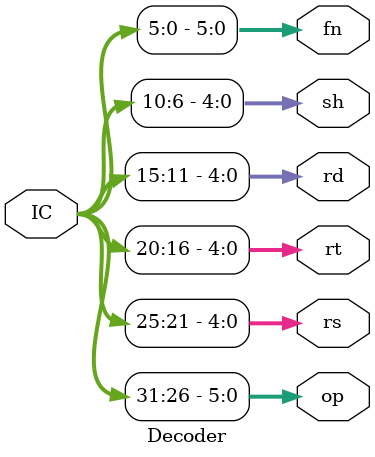
<source format=v>
`timescale 1ns/1ns

module Decoder(IC, op, rs, rt, rd, sh, fn);

    input [31:0] IC;
    output reg [5:0] op;
    output reg [4:0] rs;
    output reg [4:0] rt;
    output reg [4:0] rd;
    output reg [4:0] sh;
    output reg [5:0] fn;

    always @(IC) begin
        {op, rs, rt, rd, sh, fn} <= IC;
    end

endmodule
</source>
